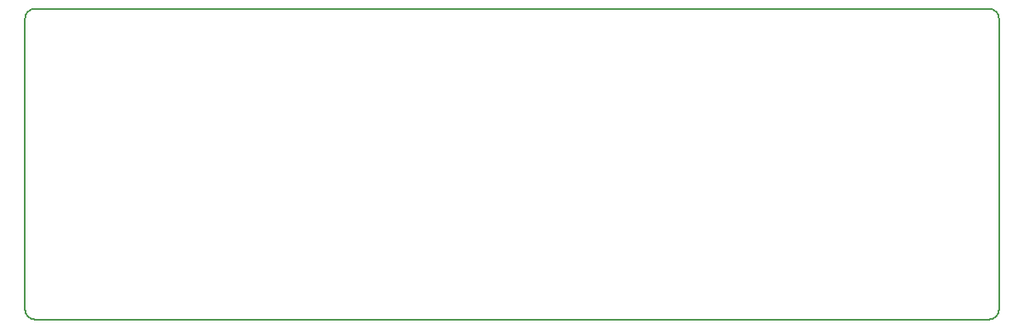
<source format=gm1>
G04 #@! TF.GenerationSoftware,KiCad,Pcbnew,(5.1.4)-1*
G04 #@! TF.CreationDate,2020-02-23T21:57:18+01:00*
G04 #@! TF.ProjectId,PCBRuler,50434252-756c-4657-922e-6b696361645f,1.0*
G04 #@! TF.SameCoordinates,Original*
G04 #@! TF.FileFunction,Profile,NP*
%FSLAX46Y46*%
G04 Gerber Fmt 4.6, Leading zero omitted, Abs format (unit mm)*
G04 Created by KiCad (PCBNEW (5.1.4)-1) date 2020-02-23 21:57:18*
%MOMM*%
%LPD*%
G04 APERTURE LIST*
%ADD10C,0.150000*%
G04 APERTURE END LIST*
D10*
X86000000Y-130000000D02*
G75*
G02X85000000Y-129000000I0J1000000D01*
G01*
X184000000Y-130000000D02*
G75*
G03X185000000Y-129000000I0J1000000D01*
G01*
X184000000Y-98000000D02*
G75*
G02X185000000Y-99000000I0J-1000000D01*
G01*
X85000000Y-99000000D02*
G75*
G02X86000000Y-98000000I1000000J0D01*
G01*
X185000000Y-109000000D02*
X185000000Y-99000000D01*
X185000000Y-129000000D02*
X185000000Y-121000000D01*
X185000000Y-109250000D02*
X185000000Y-120750000D01*
X185000000Y-121000000D02*
X185000000Y-120750000D01*
X185000000Y-120750000D02*
X185000000Y-120750000D01*
X185000000Y-109000000D02*
X185000000Y-109250000D01*
X86000000Y-130000000D02*
X184000000Y-130000000D01*
X85000000Y-99000000D02*
X85000000Y-129000000D01*
X86000000Y-98000000D02*
X184000000Y-98000000D01*
M02*

</source>
